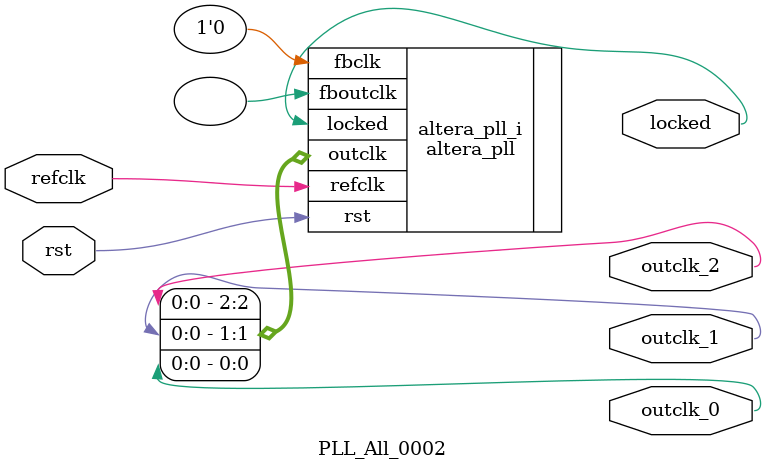
<source format=v>
`timescale 1ns/10ps
module  PLL_All_0002(

	// interface 'refclk'
	input wire refclk,

	// interface 'reset'
	input wire rst,

	// interface 'outclk0'
	output wire outclk_0,

	// interface 'outclk1'
	output wire outclk_1,

	// interface 'outclk2'
	output wire outclk_2,

	// interface 'locked'
	output wire locked
);

	altera_pll #(
		.fractional_vco_multiplier("false"),
		.reference_clock_frequency("50.0 MHz"),
		.operation_mode("direct"),
		.number_of_clocks(3),
		.output_clock_frequency0("100.000000 MHz"),
		.phase_shift0("0 ps"),
		.duty_cycle0(50),
		.output_clock_frequency1("106.666666 MHz"),
		.phase_shift1("0 ps"),
		.duty_cycle1(50),
		.output_clock_frequency2("400.000000 MHz"),
		.phase_shift2("0 ps"),
		.duty_cycle2(50),
		.output_clock_frequency3("0 MHz"),
		.phase_shift3("0 ps"),
		.duty_cycle3(50),
		.output_clock_frequency4("0 MHz"),
		.phase_shift4("0 ps"),
		.duty_cycle4(50),
		.output_clock_frequency5("0 MHz"),
		.phase_shift5("0 ps"),
		.duty_cycle5(50),
		.output_clock_frequency6("0 MHz"),
		.phase_shift6("0 ps"),
		.duty_cycle6(50),
		.output_clock_frequency7("0 MHz"),
		.phase_shift7("0 ps"),
		.duty_cycle7(50),
		.output_clock_frequency8("0 MHz"),
		.phase_shift8("0 ps"),
		.duty_cycle8(50),
		.output_clock_frequency9("0 MHz"),
		.phase_shift9("0 ps"),
		.duty_cycle9(50),
		.output_clock_frequency10("0 MHz"),
		.phase_shift10("0 ps"),
		.duty_cycle10(50),
		.output_clock_frequency11("0 MHz"),
		.phase_shift11("0 ps"),
		.duty_cycle11(50),
		.output_clock_frequency12("0 MHz"),
		.phase_shift12("0 ps"),
		.duty_cycle12(50),
		.output_clock_frequency13("0 MHz"),
		.phase_shift13("0 ps"),
		.duty_cycle13(50),
		.output_clock_frequency14("0 MHz"),
		.phase_shift14("0 ps"),
		.duty_cycle14(50),
		.output_clock_frequency15("0 MHz"),
		.phase_shift15("0 ps"),
		.duty_cycle15(50),
		.output_clock_frequency16("0 MHz"),
		.phase_shift16("0 ps"),
		.duty_cycle16(50),
		.output_clock_frequency17("0 MHz"),
		.phase_shift17("0 ps"),
		.duty_cycle17(50),
		.pll_type("General"),
		.pll_subtype("General")
	) altera_pll_i (
		.rst	(rst),
		.outclk	({outclk_2, outclk_1, outclk_0}),
		.locked	(locked),
		.fboutclk	( ),
		.fbclk	(1'b0),
		.refclk	(refclk)
	);
endmodule


</source>
